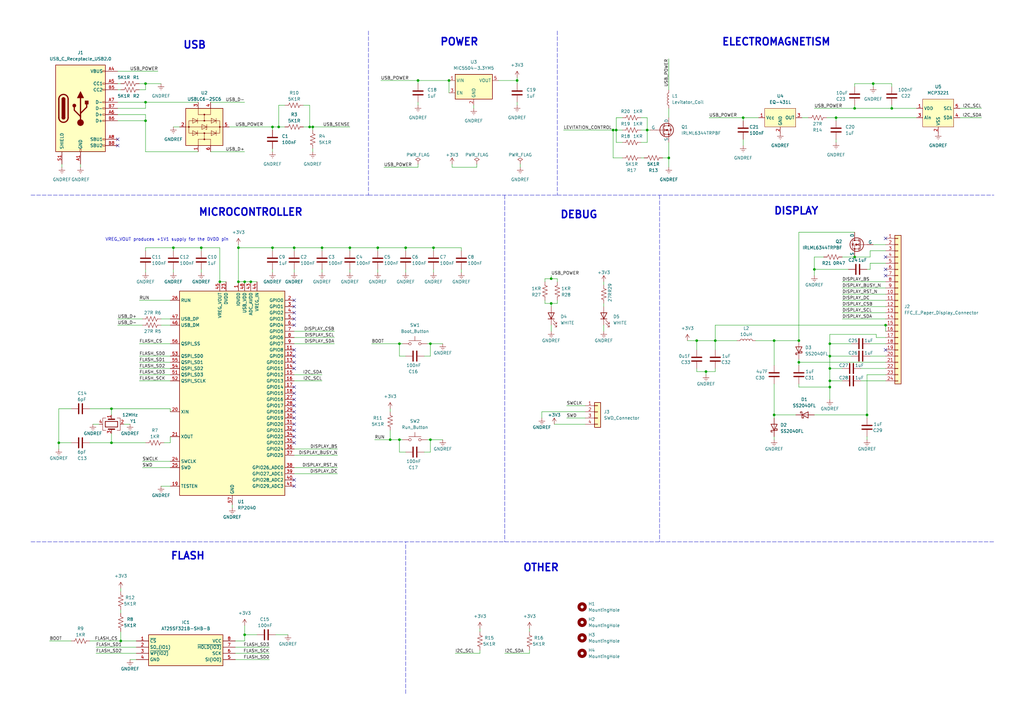
<source format=kicad_sch>
(kicad_sch (version 20231120) (generator "eeschema") (generator_version "8.0")
  (paper "A3")
  (junction (at 304.8 48.26))
  (junction (at 111.76 101.6))
  (junction (at 340.36 156.21))
  (junction (at 293.37 139.7))
  (junction (at 274.32 64.77))
  (junction (at 114.3 52.07))
  (junction (at 97.79 115.57))
  (junction (at 334.01 110.49))
  (junction (at 350.52 44.45))
  (junction (at 127 52.07))
  (junction (at 163.83 180.34))
  (junction (at 45.72 167.64))
  (junction (at 59.69 49.53))
  (junction (at 251.46 53.34))
  (junction (at 100.33 115.57))
  (junction (at 358.14 34.29))
  (junction (at 171.45 33.02))
  (junction (at 132.08 101.6))
  (junction (at 166.37 101.6))
  (junction (at 340.36 140.97))
  (junction (at 143.51 101.6))
  (junction (at 154.94 101.6))
  (junction (at 176.53 140.97))
  (junction (at 59.69 34.29))
  (junction (at 184.15 33.02))
  (junction (at 163.83 140.97))
  (junction (at 160.02 180.34))
  (junction (at 285.75 139.7))
  (junction (at 340.36 158.75))
  (junction (at 289.56 152.4))
  (junction (at 252.73 53.34))
  (junction (at 100.33 260.35))
  (junction (at 327.66 139.7))
  (junction (at 177.8 101.6))
  (junction (at 365.76 44.45))
  (junction (at 82.55 101.6))
  (junction (at 49.53 262.89))
  (junction (at 350.52 105.41))
  (junction (at 111.76 52.07))
  (junction (at 212.09 33.02))
  (junction (at 120.65 101.6))
  (junction (at 317.5 170.18))
  (junction (at 363.22 133.35))
  (junction (at 97.79 101.6))
  (junction (at 128.27 52.07))
  (junction (at 45.72 181.61))
  (junction (at 340.36 146.05))
  (junction (at 340.36 151.13))
  (junction (at 317.5 139.7))
  (junction (at 102.87 115.57))
  (junction (at 355.6 170.18))
  (junction (at 327.66 148.59))
  (junction (at 342.9 48.26))
  (junction (at 226.06 124.46))
  (junction (at 90.17 115.57))
  (junction (at 265.43 53.34))
  (junction (at 176.53 180.34))
  (junction (at 24.13 181.61))
  (junction (at 226.06 114.3))
  (junction (at 59.69 41.91))
  (junction (at 71.12 101.6))
  (no_connect (at 363.22 113.03))
  (no_connect (at 120.65 133.35))
  (no_connect (at 120.65 181.61))
  (no_connect (at 48.26 59.69))
  (no_connect (at 48.26 57.15))
  (no_connect (at 363.22 97.79))
  (no_connect (at 363.22 143.51))
  (no_connect (at 120.65 158.75))
  (no_connect (at 120.65 166.37))
  (no_connect (at 120.65 196.85))
  (no_connect (at 120.65 171.45))
  (no_connect (at 120.65 143.51))
  (no_connect (at 120.65 123.19))
  (no_connect (at 120.65 168.91))
  (no_connect (at 120.65 128.27))
  (no_connect (at 120.65 125.73))
  (no_connect (at 120.65 130.81))
  (no_connect (at 120.65 199.39))
  (no_connect (at 363.22 110.49))
  (no_connect (at 120.65 148.59))
  (no_connect (at 120.65 173.99))
  (no_connect (at 120.65 176.53))
  (no_connect (at 120.65 151.13))
  (no_connect (at 363.22 105.41))
  (no_connect (at 120.65 146.05))
  (no_connect (at 120.65 161.29))
  (no_connect (at 120.65 179.07))
  (no_connect (at 120.65 163.83))
  (wire (pts (xy 111.76 101.6) (xy 120.65 101.6)))
  (wire (pts (xy 350.52 34.29) (xy 358.14 34.29)))
  (wire (pts (xy 120.65 101.6) (xy 120.65 102.87)))
  (wire (pts (xy 128.27 52.07) (xy 128.27 53.34)))
  (wire (pts (xy 71.12 52.07) (xy 73.66 52.07)))
  (wire (pts (xy 317.5 149.86) (xy 317.5 139.7)))
  (wire (pts (xy 97.79 101.6) (xy 111.76 101.6)))
  (wire (pts (xy 138.43 186.69) (xy 120.65 186.69)))
  (wire (pts (xy 186.69 267.97) (xy 196.85 267.97)))
  (wire (pts (xy 189.23 111.76) (xy 189.23 110.49)))
  (wire (pts (xy 345.44 123.19) (xy 363.22 123.19)))
  (wire (pts (xy 120.65 101.6) (xy 132.08 101.6)))
  (wire (pts (xy 340.36 158.75) (xy 340.36 163.83)))
  (wire (pts (xy 114.3 43.18) (xy 114.3 52.07)))
  (wire (pts (xy 82.55 101.6) (xy 90.17 101.6)))
  (wire (pts (xy 228.6 123.19) (xy 228.6 124.46)))
  (wire (pts (xy 302.26 139.7) (xy 293.37 139.7)))
  (wire (pts (xy 120.65 140.97) (xy 137.16 140.97)))
  (wire (pts (xy 252.73 53.34) (xy 255.27 53.34)))
  (wire (pts (xy 285.75 152.4) (xy 285.75 151.13)))
  (wire (pts (xy 116.84 52.07) (xy 114.3 52.07)))
  (wire (pts (xy 265.43 53.34) (xy 266.7 53.34)))
  (wire (pts (xy 138.43 184.15) (xy 120.65 184.15)))
  (wire (pts (xy 290.83 48.26) (xy 304.8 48.26)))
  (wire (pts (xy 166.37 111.76) (xy 166.37 110.49)))
  (wire (pts (xy 160.02 176.53) (xy 160.02 180.34)))
  (wire (pts (xy 342.9 48.26) (xy 339.09 48.26)))
  (wire (pts (xy 334.01 110.49) (xy 334.01 113.03)))
  (wire (pts (xy 82.55 111.76) (xy 82.55 110.49)))
  (wire (pts (xy 340.36 146.05) (xy 349.25 146.05)))
  (wire (pts (xy 358.14 34.29) (xy 365.76 34.29)))
  (wire (pts (xy 340.36 151.13) (xy 340.36 156.21)))
  (wire (pts (xy 69.85 168.91) (xy 69.85 167.64)))
  (wire (pts (xy 59.69 46.99) (xy 59.69 49.53)))
  (wire (pts (xy 48.26 34.29) (xy 49.53 34.29)))
  (wire (pts (xy 185.42 68.58) (xy 195.58 68.58)))
  (wire (pts (xy 25.4 68.58) (xy 25.4 67.31)))
  (wire (pts (xy 317.5 157.48) (xy 317.5 170.18)))
  (wire (pts (xy 293.37 139.7) (xy 293.37 143.51)))
  (wire (pts (xy 48.26 130.81) (xy 58.42 130.81)))
  (wire (pts (xy 127 52.07) (xy 128.27 52.07)))
  (wire (pts (xy 340.36 146.05) (xy 340.36 151.13)))
  (wire (pts (xy 350.52 44.45) (xy 350.52 43.18)))
  (wire (pts (xy 334.01 105.41) (xy 337.82 105.41)))
  (wire (pts (xy 184.15 33.02) (xy 184.15 38.1)))
  (wire (pts (xy 345.44 130.81) (xy 363.22 130.81)))
  (wire (pts (xy 39.37 267.97) (xy 55.88 267.97)))
  (wire (pts (xy 177.8 101.6) (xy 177.8 102.87)))
  (wire (pts (xy 271.78 64.77) (xy 274.32 64.77)))
  (wire (pts (xy 223.52 114.3) (xy 223.52 115.57)))
  (wire (pts (xy 59.69 111.76) (xy 59.69 110.49)))
  (wire (pts (xy 363.22 153.67) (xy 355.6 153.67)))
  (polyline (pts (xy 166.37 284.48) (xy 166.37 222.25)) (stroke (width 0) (type dash)))
  (wire (pts (xy 340.36 140.97) (xy 349.25 140.97)))
  (wire (pts (xy 59.69 41.91) (xy 81.28 41.91)))
  (wire (pts (xy 176.53 140.97) (xy 175.26 140.97)))
  (wire (pts (xy 327.66 147.32) (xy 327.66 148.59)))
  (wire (pts (xy 66.04 199.39) (xy 69.85 199.39)))
  (wire (pts (xy 347.98 110.49) (xy 334.01 110.49)))
  (wire (pts (xy 365.76 34.29) (xy 365.76 35.56)))
  (wire (pts (xy 223.52 124.46) (xy 223.52 123.19)))
  (wire (pts (xy 153.67 180.34) (xy 160.02 180.34)))
  (wire (pts (xy 100.33 262.89) (xy 96.52 262.89)))
  (wire (pts (xy 48.26 133.35) (xy 58.42 133.35)))
  (wire (pts (xy 340.36 137.16) (xy 340.36 140.97)))
  (wire (pts (xy 345.44 105.41) (xy 350.52 105.41)))
  (wire (pts (xy 363.22 133.35) (xy 363.22 135.89)))
  (wire (pts (xy 345.44 125.73) (xy 363.22 125.73)))
  (wire (pts (xy 196.85 267.97) (xy 196.85 266.7)))
  (wire (pts (xy 355.6 171.45) (xy 355.6 170.18)))
  (wire (pts (xy 152.4 140.97) (xy 163.83 140.97)))
  (polyline (pts (xy 12.7 222.25) (xy 407.67 222.25)) (stroke (width 0) (type dash)))
  (wire (pts (xy 274.32 58.42) (xy 274.32 64.77)))
  (wire (pts (xy 317.5 170.18) (xy 326.39 170.18)))
  (wire (pts (xy 154.94 111.76) (xy 154.94 110.49)))
  (wire (pts (xy 293.37 133.35) (xy 363.22 133.35)))
  (wire (pts (xy 226.06 125.73) (xy 226.06 124.46)))
  (wire (pts (xy 102.87 115.57) (xy 105.41 115.57)))
  (wire (pts (xy 226.06 124.46) (xy 223.52 124.46)))
  (wire (pts (xy 120.65 153.67) (xy 132.08 153.67)))
  (wire (pts (xy 340.36 156.21) (xy 340.36 158.75)))
  (wire (pts (xy 132.08 101.6) (xy 132.08 102.87)))
  (wire (pts (xy 36.83 181.61) (xy 45.72 181.61)))
  (wire (pts (xy 45.72 181.61) (xy 59.69 181.61)))
  (wire (pts (xy 327.66 95.25) (xy 327.66 139.7)))
  (wire (pts (xy 262.89 64.77) (xy 264.16 64.77)))
  (wire (pts (xy 285.75 143.51) (xy 285.75 139.7)))
  (wire (pts (xy 48.26 41.91) (xy 59.69 41.91)))
  (wire (pts (xy 120.65 156.21) (xy 132.08 156.21)))
  (wire (pts (xy 59.69 34.29) (xy 66.04 34.29)))
  (wire (pts (xy 355.6 153.67) (xy 355.6 170.18)))
  (wire (pts (xy 265.43 53.34) (xy 265.43 48.26)))
  (wire (pts (xy 181.61 180.34) (xy 176.53 180.34)))
  (wire (pts (xy 226.06 114.3) (xy 223.52 114.3)))
  (wire (pts (xy 57.15 156.21) (xy 69.85 156.21)))
  (wire (pts (xy 217.17 267.97) (xy 217.17 266.7)))
  (wire (pts (xy 356.87 110.49) (xy 356.87 107.95)))
  (wire (pts (xy 281.94 139.7) (xy 285.75 139.7)))
  (wire (pts (xy 163.83 180.34) (xy 165.1 180.34)))
  (wire (pts (xy 334.01 110.49) (xy 334.01 105.41)))
  (wire (pts (xy 48.26 46.99) (xy 59.69 46.99)))
  (wire (pts (xy 355.6 180.34) (xy 355.6 179.07)))
  (wire (pts (xy 24.13 167.64) (xy 29.21 167.64)))
  (wire (pts (xy 353.06 156.21) (xy 363.22 156.21)))
  (wire (pts (xy 327.66 95.25) (xy 350.52 95.25)))
  (wire (pts (xy 57.15 148.59) (xy 69.85 148.59)))
  (wire (pts (xy 120.65 138.43) (xy 137.16 138.43)))
  (wire (pts (xy 176.53 146.05) (xy 176.53 140.97)))
  (wire (pts (xy 293.37 151.13) (xy 293.37 152.4)))
  (wire (pts (xy 232.41 166.37) (xy 240.03 166.37)))
  (wire (pts (xy 138.43 191.77) (xy 120.65 191.77)))
  (wire (pts (xy 359.41 137.16) (xy 359.41 138.43)))
  (wire (pts (xy 304.8 49.53) (xy 304.8 48.26)))
  (wire (pts (xy 222.25 171.45) (xy 222.25 168.91)))
  (wire (pts (xy 132.08 101.6) (xy 143.51 101.6)))
  (wire (pts (xy 345.44 151.13) (xy 340.36 151.13)))
  (wire (pts (xy 232.41 171.45) (xy 240.03 171.45)))
  (wire (pts (xy 304.8 48.26) (xy 311.15 48.26)))
  (polyline (pts (xy 12.7 80.01) (xy 151.13 80.01)) (stroke (width 0) (type dash)))
  (wire (pts (xy 171.45 67.31) (xy 171.45 68.58)))
  (wire (pts (xy 247.65 115.57) (xy 247.65 116.84)))
  (wire (pts (xy 356.87 102.87) (xy 363.22 102.87)))
  (wire (pts (xy 226.06 113.03) (xy 226.06 114.3)))
  (wire (pts (xy 66.04 133.35) (xy 69.85 133.35)))
  (wire (pts (xy 327.66 148.59) (xy 327.66 149.86)))
  (wire (pts (xy 95.25 208.28) (xy 95.25 207.01)))
  (wire (pts (xy 340.36 156.21) (xy 345.44 156.21)))
  (wire (pts (xy 71.12 101.6) (xy 82.55 101.6)))
  (wire (pts (xy 57.15 34.29) (xy 59.69 34.29)))
  (wire (pts (xy 24.13 181.61) (xy 29.21 181.61)))
  (wire (pts (xy 171.45 34.29) (xy 171.45 33.02)))
  (wire (pts (xy 274.32 64.77) (xy 274.32 68.58)))
  (wire (pts (xy 252.73 58.42) (xy 252.73 53.34)))
  (wire (pts (xy 57.15 153.67) (xy 69.85 153.67)))
  (wire (pts (xy 96.52 265.43) (xy 110.49 265.43)))
  (wire (pts (xy 226.06 124.46) (xy 228.6 124.46)))
  (wire (pts (xy 45.72 167.64) (xy 69.85 167.64)))
  (wire (pts (xy 189.23 101.6) (xy 189.23 102.87)))
  (wire (pts (xy 57.15 36.83) (xy 59.69 36.83)))
  (wire (pts (xy 36.83 262.89) (xy 49.53 262.89)))
  (wire (pts (xy 36.83 167.64) (xy 45.72 167.64)))
  (wire (pts (xy 222.25 168.91) (xy 240.03 168.91)))
  (wire (pts (xy 90.17 115.57) (xy 92.71 115.57)))
  (wire (pts (xy 118.11 260.35) (xy 113.03 260.35)))
  (wire (pts (xy 196.85 257.81) (xy 196.85 259.08)))
  (wire (pts (xy 252.73 48.26) (xy 255.27 48.26)))
  (wire (pts (xy 358.14 34.29) (xy 358.14 35.56)))
  (wire (pts (xy 289.56 152.4) (xy 289.56 153.67)))
  (wire (pts (xy 59.69 101.6) (xy 71.12 101.6)))
  (wire (pts (xy 176.53 185.42) (xy 176.53 180.34)))
  (wire (pts (xy 289.56 152.4) (xy 293.37 152.4)))
  (wire (pts (xy 293.37 139.7) (xy 293.37 133.35)))
  (wire (pts (xy 48.26 36.83) (xy 49.53 36.83)))
  (wire (pts (xy 228.6 115.57) (xy 228.6 114.3)))
  (wire (pts (xy 212.09 31.75) (xy 212.09 33.02)))
  (wire (pts (xy 138.43 194.31) (xy 120.65 194.31)))
  (wire (pts (xy 317.5 139.7) (xy 327.66 139.7)))
  (wire (pts (xy 356.87 140.97) (xy 363.22 140.97)))
  (wire (pts (xy 285.75 139.7) (xy 293.37 139.7)))
  (wire (pts (xy 124.46 43.18) (xy 127 43.18)))
  (wire (pts (xy 57.15 123.19) (xy 69.85 123.19)))
  (wire (pts (xy 57.15 151.13) (xy 69.85 151.13)))
  (wire (pts (xy 48.26 44.45) (xy 59.69 44.45)))
  (wire (pts (xy 212.09 34.29) (xy 212.09 33.02)))
  (wire (pts (xy 163.83 140.97) (xy 163.83 146.05)))
  (wire (pts (xy 143.51 101.6) (xy 154.94 101.6)))
  (wire (pts (xy 20.32 262.89) (xy 29.21 262.89)))
  (wire (pts (xy 255.27 64.77) (xy 251.46 64.77)))
  (wire (pts (xy 128.27 62.23) (xy 128.27 60.96)))
  (wire (pts (xy 181.61 140.97) (xy 176.53 140.97)))
  (wire (pts (xy 49.53 250.19) (xy 49.53 251.46)))
  (wire (pts (xy 166.37 101.6) (xy 166.37 102.87)))
  (wire (pts (xy 24.13 167.64) (xy 24.13 181.61)))
  (wire (pts (xy 59.69 44.45) (xy 59.69 41.91)))
  (wire (pts (xy 86.36 62.23) (xy 100.33 62.23)))
  (wire (pts (xy 173.99 185.42) (xy 176.53 185.42)))
  (wire (pts (xy 176.53 180.34) (xy 175.26 180.34)))
  (wire (pts (xy 59.69 36.83) (xy 59.69 34.29)))
  (wire (pts (xy 53.34 270.51) (xy 55.88 270.51)))
  (wire (pts (xy 365.76 44.45) (xy 375.92 44.45)))
  (wire (pts (xy 265.43 48.26) (xy 262.89 48.26)))
  (wire (pts (xy 86.36 41.91) (xy 100.33 41.91)))
  (wire (pts (xy 111.76 53.34) (xy 111.76 52.07)))
  (wire (pts (xy 163.83 140.97) (xy 165.1 140.97)))
  (wire (pts (xy 69.85 181.61) (xy 69.85 179.07)))
  (wire (pts (xy 143.51 101.6) (xy 143.51 102.87)))
  (wire (pts (xy 100.33 115.57) (xy 102.87 115.57)))
  (wire (pts (xy 265.43 58.42) (xy 262.89 58.42)))
  (wire (pts (xy 24.13 181.61) (xy 24.13 184.15)))
  (wire (pts (xy 100.33 256.54) (xy 100.33 260.35)))
  (wire (pts (xy 97.79 101.6) (xy 97.79 100.33)))
  (wire (pts (xy 355.6 110.49) (xy 356.87 110.49)))
  (wire (pts (xy 251.46 64.77) (xy 251.46 53.34)))
  (wire (pts (xy 358.14 100.33) (xy 363.22 100.33)))
  (wire (pts (xy 227.33 173.99) (xy 240.03 173.99)))
  (wire (pts (xy 97.79 101.6) (xy 97.79 115.57)))
  (wire (pts (xy 265.43 53.34) (xy 262.89 53.34)))
  (wire (pts (xy 82.55 101.6) (xy 82.55 102.87)))
  (wire (pts (xy 57.15 146.05) (xy 69.85 146.05)))
  (wire (pts (xy 120.65 135.89) (xy 137.16 135.89)))
  (wire (pts (xy 160.02 180.34) (xy 163.83 180.34)))
  (wire (pts (xy 185.42 68.58) (xy 185.42 67.31)))
  (wire (pts (xy 334.01 170.18) (xy 355.6 170.18)))
  (wire (pts (xy 48.26 29.21) (xy 64.77 29.21)))
  (wire (pts (xy 111.76 111.76) (xy 111.76 110.49)))
  (wire (pts (xy 328.93 48.26) (xy 331.47 48.26)))
  (wire (pts (xy 356.87 146.05) (xy 363.22 146.05)))
  (wire (pts (xy 226.06 133.35) (xy 226.06 135.89)))
  (wire (pts (xy 128.27 52.07) (xy 143.51 52.07)))
  (wire (pts (xy 212.09 41.91) (xy 212.09 43.18)))
  (wire (pts (xy 124.46 52.07) (xy 127 52.07)))
  (wire (pts (xy 334.01 44.45) (xy 350.52 44.45)))
  (wire (pts (xy 327.66 148.59) (xy 363.22 148.59)))
  (wire (pts (xy 96.52 270.51) (xy 110.49 270.51)))
  (wire (pts (xy 393.7 44.45) (xy 402.59 44.45)))
  (wire (pts (xy 48.26 49.53) (xy 59.69 49.53)))
  (wire (pts (xy 114.3 52.07) (xy 111.76 52.07)))
  (wire (pts (xy 340.36 146.05) (xy 340.36 140.97)))
  (wire (pts (xy 97.79 115.57) (xy 100.33 115.57)))
  (polyline (pts (xy 228.6 80.01) (xy 407.67 80.01)) (stroke (width 0) (type dash)))
  (wire (pts (xy 340.36 137.16) (xy 359.41 137.16)))
  (wire (pts (xy 45.72 177.8) (xy 45.72 181.61)))
  (wire (pts (xy 247.65 133.35) (xy 247.65 135.89)))
  (wire (pts (xy 342.9 48.26) (xy 375.92 48.26)))
  (wire (pts (xy 274.32 24.13) (xy 274.32 36.83)))
  (wire (pts (xy 207.01 267.97) (xy 217.17 267.97)))
  (wire (pts (xy 251.46 53.34) (xy 252.73 53.34)))
  (wire (pts (xy 345.44 120.65) (xy 363.22 120.65)))
  (wire (pts (xy 59.69 62.23) (xy 81.28 62.23)))
  (wire (pts (xy 111.76 101.6) (xy 111.76 102.87)))
  (wire (pts (xy 393.7 48.26) (xy 402.59 48.26)))
  (wire (pts (xy 342.9 57.15) (xy 342.9 58.42)))
  (wire (pts (xy 120.65 111.76) (xy 120.65 110.49)))
  (wire (pts (xy 171.45 33.02) (xy 184.15 33.02)))
  (polyline (pts (xy 151.13 80.01) (xy 228.6 80.01)) (stroke (width 0) (type dash)))
  (wire (pts (xy 350.52 44.45) (xy 365.76 44.45)))
  (wire (pts (xy 345.44 128.27) (xy 363.22 128.27)))
  (wire (pts (xy 96.52 267.97) (xy 110.49 267.97)))
  (wire (pts (xy 327.66 158.75) (xy 340.36 158.75)))
  (wire (pts (xy 143.51 111.76) (xy 143.51 110.49)))
  (wire (pts (xy 171.45 41.91) (xy 171.45 43.18)))
  (wire (pts (xy 289.56 152.4) (xy 285.75 152.4)))
  (wire (pts (xy 71.12 111.76) (xy 71.12 110.49)))
  (wire (pts (xy 156.21 33.02) (xy 171.45 33.02)))
  (wire (pts (xy 353.06 151.13) (xy 363.22 151.13)))
  (wire (pts (xy 317.5 179.07) (xy 317.5 180.34)))
  (polyline (pts (xy 270.51 80.01) (xy 270.51 222.25)) (stroke (width 0) (type dash)))
  (wire (pts (xy 171.45 68.58) (xy 157.48 68.58)))
  (wire (pts (xy 71.12 101.6) (xy 71.12 102.87)))
  (wire (pts (xy 49.53 262.89) (xy 49.53 259.08)))
  (wire (pts (xy 160.02 167.64) (xy 160.02 168.91)))
  (wire (pts (xy 127 43.18) (xy 127 52.07)))
  (wire (pts (xy 58.42 189.23) (xy 69.85 189.23)))
  (wire (pts (xy 231.14 53.34) (xy 251.46 53.34)))
  (wire (pts (xy 154.94 101.6) (xy 154.94 102.87)))
  (polyline (pts (xy 207.01 80.01) (xy 207.01 222.25)) (stroke (width 0) (type dash)))
  (polyline (pts (xy 228.6 12.7) (xy 228.6 80.01)) (stroke (width 0) (type dash)))
  (wire (pts (xy 45.72 170.18) (xy 45.72 167.64)))
  (polyline (pts (xy 151.13 12.7) (xy 151.13 80.01)) (stroke (width 0) (type dash)))
  (wire (pts (xy 100.33 260.35) (xy 105.41 260.35)))
  (wire (pts (xy 90.17 101.6) (xy 90.17 115.57)))
  (wire (pts (xy 228.6 114.3) (xy 226.06 114.3)))
  (wire (pts (xy 350.52 35.56) (xy 350.52 34.29)))
  (wire (pts (xy 247.65 124.46) (xy 247.65 125.73)))
  (wire (pts (xy 173.99 146.05) (xy 176.53 146.05)))
  (wire (pts (xy 57.15 140.97) (xy 69.85 140.97)))
  (wire (pts (xy 212.09 33.02) (xy 204.47 33.02)))
  (wire (pts (xy 163.83 180.34) (xy 163.83 185.42)))
  (wire (pts (xy 66.04 130.81) (xy 69.85 130.81)))
  (wire (pts (xy 327.66 157.48) (xy 327.66 158.75)))
  (wire (pts (xy 274.32 44.45) (xy 274.32 48.26)))
  (wire (pts (xy 38.1 173.99) (xy 40.64 173.99)))
  (wire (pts (xy 195.58 68.58) (xy 195.58 67.31)))
  (wire (pts (xy 194.31 44.45) (xy 194.31 43.18)))
  (wire (pts (xy 252.73 58.42) (xy 255.27 58.42)))
  (wire (pts (xy 59.69 101.6) (xy 59.69 102.87)))
  (wire (pts (xy 55.88 262.89) (xy 49.53 262.89)))
  (wire (pts (xy 53.34 173.99) (xy 50.8 173.99)))
  (wire (pts (xy 100.33 260.35) (xy 100.33 262.89)))
  (wire (pts (xy 33.02 68.58) (xy 33.02 67.31)))
  (wire (pts (xy 49.53 241.3) (xy 49.53 242.57)))
  (wire (pts (xy 177.8 111.76) (xy 177.8 110.49)))
  (wire (pts (xy 111.76 62.23) (xy 111.76 60.96)))
  (wire (pts (xy 59.69 49.53) (xy 59.69 62.23)))
  (wire (pts (xy 345.44 118.11) (xy 363.22 118.11)))
  (wire (pts (xy 154.94 101.6) (xy 166.37 101.6)))
  (wire (pts (xy 356.87 107.95) (xy 363.22 107.95)))
  (wire (pts (xy 356.87 105.41) (xy 356.87 102.87)))
  (wire (pts (xy 116.84 43.18) (xy 114.3 43.18)))
  (wire (pts (xy 166.37 146.05) (xy 163.83 146.05)))
  (wire (pts (xy 217.17 257.81) (xy 217.17 259.08)))
  (wire (pts (xy 252.73 53.34) (xy 252.73 48.26)))
  (wire (pts (xy 359.41 138.43) (xy 363.22 138.43)))
  (wire (pts (xy 365.76 44.45) (xy 365.76 43.18)))
  (wire (pts (xy 67.31 181.61) (xy 69.85 181.61)))
  (wire (pts (xy 39.37 265.43) (xy 55.88 265.43)))
  (wire (pts (xy 177.8 101.6) (xy 189.23 101.6)))
  (wire (pts (xy 213.36 68.58) (xy 213.36 67.31)))
  (wire (pts (xy 166.37 185.42) (xy 163.83 185.42)))
  (wire (pts (xy 58.42 191.77) (xy 69.85 191.77)))
  (wire (pts (xy 342.9 49.53) (xy 342.9 48.26)))
  (wire (pts (xy 350.52 105.41) (xy 356.87 105.41)))
  (wire (pts (xy 304.8 59.69) (xy 304.8 57.15)))
  (wire (pts (xy 317.5 171.45) (xy 317.5 170.18)))
  (wire (pts (xy 309.88 139.7) (xy 317.5 139.7)))
  (wire (pts (xy 345.44 115.57) (xy 363.22 115.57)))
  (wire (pts (xy 166.37 101.6) (xy 177.8 101.6)))
  (wire (pts (xy 265.43 58.42) (xy 265.43 53.34)))
  (wire (pts (xy 132.08 111.76) (xy 132.08 110.49)))
  (wire (pts (xy 93.98 52.07) (xy 111.76 52.07)))
  (text "MICROCONTROLLER" (at 81.28 88.9 0) (effects (font (size 3 3) (bold yes)) (justify left bottom)))
  (text "USB" (at 74.93 20.32 0) (effects (font (size 3 3) (bold yes)) (justify left bottom)))
  (text "ELECTROMAGNETISM" (at 295.91 19.05 0) (effects (font (size 3 3) (bold yes)) (justify left bottom)))
  (text "VREG_VOUT produces +1V1 supply for the DVDD pin" (at 43.18 99.06 0) (effects (font (size 1.27 1.27)) (justify left bottom)))
  (text "FLASH" (at 69.85 229.87 0) (effects (font (size 3 3) (bold yes)) (justify left bottom)))
  (text "DISPLAY" (at 317.246 88.392 0) (effects (font (size 3 3) (bold yes)) (justify left bottom)))
  (text "POWER" (at 180.34 19.05 0) (effects (font (size 3 3) (bold yes)) (justify left bottom)))
  (text "OTHER" (at 214.376 234.696 0) (effects (font (size 3 3) (bold yes)) (justify left bottom)))
  (text "DEBUG" (at 229.616 89.916 0) (effects (font (size 3 3) (bold yes)) (justify left bottom)))
  (label "DISPLAY_RST_N" (at 345.44 120.65 0))
  (label "BOOT" (at 152.4 140.97 0))
  (label "DISPLAY_BUSY_N" (at 345.44 118.11 0))
  (label "FLASH_SD0" (at 57.15 146.05 0))
  (label "FLASH_SD2" (at 39.37 267.97 0))
  (label "RUN" (at 153.67 180.34 0))
  (label "FLASH_SD3" (at 110.49 265.43 180))
  (label "USB_POWER" (at 226.06 113.03 0))
  (label "FLASH_SD0" (at 110.49 270.51 180))
  (label "USB_POWER" (at 334.01 44.45 0))
  (label "FLASH_SCK" (at 110.49 267.97 180))
  (label "I2C_SDA" (at 132.08 153.67 180))
  (label "DISPLAY_SDA" (at 345.44 130.81 0))
  (label "FLASH_CS" (at 48.26 262.89 180))
  (label "USB_POWER" (at 274.32 24.13 270))
  (label "DISPLAY_SCL" (at 345.44 128.27 0))
  (label "I2C_SDA" (at 207.01 267.97 0))
  (label "DISPLAY_SDA" (at 137.16 140.97 180))
  (label "DISPLAY_BS" (at 345.44 115.57 0))
  (label "FLASH_SD2" (at 57.15 151.13 0))
  (label "FLASH_CS" (at 57.15 140.97 0))
  (label "DISPLAY_BS" (at 138.43 184.15 180))
  (label "SWCLK" (at 58.42 189.23 0))
  (label "DISPLAY_BUSY_N" (at 138.43 186.69 180))
  (label "DISPLAY_DC" (at 138.43 194.31 180))
  (label "I2C_SCL" (at 402.59 44.45 180))
  (label "DISPLAY_CSB" (at 345.44 125.73 0))
  (label "FLASH_SD3" (at 57.15 153.67 0))
  (label "USB_D-" (at 100.33 41.91 180))
  (label "SWD" (at 58.42 191.77 0))
  (label "DISPLAY_DC" (at 345.44 123.19 0))
  (label "I2C_SCL" (at 132.08 156.21 180))
  (label "SWD" (at 232.41 171.45 0))
  (label "USB_D+" (at 48.26 130.81 0))
  (label "USB_POWER" (at 156.21 33.02 0))
  (label "BOOT" (at 20.32 262.89 0))
  (label "USB_D-" (at 48.26 133.35 0))
  (label "DISPLAY_SCL" (at 137.16 138.43 180))
  (label "FLASH_SD1" (at 39.37 265.43 0))
  (label "USB_SENSE" (at 143.51 52.07 180))
  (label "LEVITATION_CONTROL" (at 231.14 53.34 0))
  (label "USB_POWER" (at 290.83 48.26 0))
  (label "FLASH_SCK" (at 57.15 156.21 0))
  (label "USB_POWER" (at 64.77 29.21 180))
  (label "USB_POWER" (at 107.95 52.07 180))
  (label "DISPLAY_CSB" (at 137.16 135.89 180))
  (label "DISPLAY_RST_N" (at 138.43 191.77 180))
  (label "USB_D+" (at 100.33 62.23 180))
  (label "I2C_SCL" (at 186.69 267.97 0))
  (label "SWCLK" (at 232.41 166.37 0))
  (label "FLASH_SD1" (at 57.15 148.59 0))
  (label "I2C_SDA" (at 402.59 48.26 180))
  (label "USB_POWER" (at 157.48 68.58 0))
  (label "RUN" (at 57.15 123.19 0))
  (symbol (lib_id "Project:GNDREF") (at 143.51 111.76 0) (unit 1) (exclude_from_sim yes)
    (property "Reference" "#PWR010" (effects (hide yes)))
    (property "Value" "GNDREF" (at 143.51 115.57 0))
    (property "Description" "Power symbol creates a global label with name \"GNDREF\" , reference supply ground" (effects (hide yes)))
  )
  (symbol (lib_id "Project:GNDREF") (at 194.31 44.45 0) (unit 1) (exclude_from_sim yes)
    (property "Reference" "#PWR028" (effects (hide yes)))
    (property "Value" "GNDREF" (at 194.31 49.53 0))
    (property "Description" "Power symbol creates a global label with name \"GNDREF\" , reference supply ground" (effects (hide yes)))
  )
  (symbol (lib_id "Project:GNDREF") (at 120.65 111.76 0) (unit 1) (exclude_from_sim yes)
    (property "Reference" "#PWR08" (effects (hide yes)))
    (property "Value" "GNDREF" (at 120.65 115.57 0))
    (property "Description" "Power symbol creates a global label with name \"GNDREF\" , reference supply ground" (effects (hide yes)))
  )
  (symbol (lib_id "Project:SW_Push") (at 170.18 180.34 0) (unit 1) (exclude_from_sim yes)
    (property "Reference" "SW2" (at 170.18 172.72 0))
    (property "Value" "Run_Button" (at 170.18 175.26 0))
    (property "Footprint" "Project:SW_PUSH_6mm" (effects (hide yes)))
    (property "Description" "Push button switch, generic, two pins" (effects (hide yes)))
  )
  (symbol (lib_id "Project:GNDREF") (at 154.94 111.76 0) (unit 1) (exclude_from_sim yes)
    (property "Reference" "#PWR011" (effects (hide yes)))
    (property "Value" "GNDREF" (at 154.94 115.57 0))
    (property "Description" "Power symbol creates a global label with name \"GNDREF\" , reference supply ground" (effects (hide yes)))
  )
  (symbol (lib_id "Project:Crystal_GND24") (at 45.72 173.99 270) (unit 1) (exclude_from_sim yes)
    (property "Reference" "Y1" (at 54.61 172.72 90))
    (property "Value" "12MHz" (at 53.34 170.18 90))
    (property "Footprint" "Project:ABM8W480000MHZ6D1XT3" (effects (hide yes)))
    (property "Description" "Four pin crystal, GND on pins 2 and 4" (effects (hide yes)))
  )
  (symbol (lib_id "Project:GNDREF") (at 247.65 135.89 0) (unit 1) (exclude_from_sim yes)
    (property "Reference" "#PWR058" (effects (hide yes)))
    (property "Value" "GNDREF" (at 247.65 139.7 0))
    (property "Description" "Power symbol creates a global label with name \"GNDREF\" , reference supply ground" (effects (hide yes)))
  )
  (symbol (lib_id "Project:C") (at 82.55 106.68 0) (unit 1) (exclude_from_sim yes)
    (property "Reference" "C10" (at 85.09 105.41 0) (effects (justify left)))
    (property "Value" "1uF" (at 85.09 107.95 0) (effects (justify left)))
    (property "Footprint" "Project:C_0402_1005Metric_Pad0.74x0.62mm_HandSolder" (effects (hide yes)))
    (property "Description" "Unpolarized capacitor" (effects (hide yes)))
  )
  (symbol (lib_id "Project:R_US") (at 49.53 255.27 180) (unit 1) (exclude_from_sim yes)
    (property "Reference" "R8" (at 53.34 254 0))
    (property "Value" "5K1R" (at 53.34 256.54 0))
    (property "Footprint" "Project:R_0402_1005Metric_Pad0.72x0.64mm_HandSolder" (effects (hide yes)))
    (property "Description" "Resistor, US symbol" (effects (hide yes)))
  )
  (symbol (lib_id "Project:C") (at 189.23 106.68 0) (unit 1) (exclude_from_sim yes)
    (property "Reference" "C8" (at 191.77 105.41 0) (effects (justify left)))
    (property "Value" "100nF" (at 191.77 107.95 0) (effects (justify left)))
    (property "Footprint" "Project:C_0402_1005Metric_Pad0.74x0.62mm_HandSolder" (effects (hide yes)))
    (property "Description" "Unpolarized capacitor" (effects (hide yes)))
  )
  (symbol (lib_id "Project:+3V3") (at 196.85 257.81 0) (unit 1) (exclude_from_sim yes)
    (property "Reference" "#PWR043" (effects (hide yes)))
    (property "Value" "+3V3" (at 196.85 252.73 0))
    (property "Description" "Power symbol creates a global label with name \"+3V3\"" (effects (hide yes)))
  )
  (symbol (lib_id "Project:GNDREF") (at 171.45 43.18 0) (unit 1) (exclude_from_sim yes)
    (property "Reference" "#PWR032" (effects (hide yes)))
    (property "Value" "GNDREF" (at 171.45 48.26 0))
    (property "Description" "Power symbol creates a global label with name \"GNDREF\" , reference supply ground" (effects (hide yes)))
  )
  (symbol (lib_id "Project:R_US") (at 62.23 133.35 90) (unit 1) (exclude_from_sim yes)
    (property "Reference" "R5" (at 64.77 135.89 90))
    (property "Value" "27R" (at 60.96 135.89 90))
    (property "Footprint" "Project:R_0402_1005Metric_Pad0.72x0.64mm_HandSolder" (effects (hide yes)))
    (property "Description" "Resistor, US symbol" (effects (hide yes)))
  )
  (symbol (lib_id "Project:R_US") (at 223.52 119.38 0) (unit 1) (exclude_from_sim yes)
    (property "Reference" "R27" (at 219.964 120.904 0))
    (property "Value" "1KR" (at 219.964 118.364 0))
    (property "Footprint" "Project:R_0402_1005Metric_Pad0.72x0.64mm_HandSolder" (effects (hide yes)))
    (property "Description" "Resistor, US symbol" (effects (hide yes)))
  )
  (symbol (lib_id "Project:GNDREF") (at 213.36 68.58 0) (unit 1) (exclude_from_sim yes)
    (property "Reference" "#PWR036" (effects (hide yes)))
    (property "Value" "GNDREF" (at 213.36 73.66 0))
    (property "Description" "Power symbol creates a global label with name \"GNDREF\" , reference supply ground" (effects (hide yes)))
  )
  (symbol (lib_id "Project:GNDREF") (at 111.76 62.23 0) (unit 1) (exclude_from_sim yes)
    (property "Reference" "#PWR05" (effects (hide yes)))
    (property "Value" "GNDREF" (at 111.76 67.31 0))
    (property "Description" "Power symbol creates a global label with name \"GNDREF\" , reference supply ground" (effects (hide yes)))
  )
  (symbol (lib_id "Project:GNDREF") (at 342.9 58.42 0) (unit 1) (exclude_from_sim yes)
    (property "Reference" "#PWR041" (effects (hide yes)))
    (property "Value" "GNDREF" (at 342.9 63.5 0))
    (property "Description" "Power symbol creates a global label with name \"GNDREF\" , reference supply ground" (effects (hide yes)))
  )
  (symbol (lib_id "Project:Conn_01x24") (at 368.3 125.73 0) (unit 1) (exclude_from_sim yes)
    (property "Reference" "J2" (at 370.84 125.73 0) (effects (justify left)))
    (property "Value" "FFC_E_Paper_Display_Connector" (at 370.84 128.27 0) (effects (justify left)))
    (property "Footprint" "Project:SFV24R1STE1HLF" (effects (hide yes)))
    (property "Description" "Generic connector, single row, 01x24, script generated (kicad-library-utils/schlib/autogen/connector/)" (effects (hide yes)))
  )
  (symbol (lib_id "Project:R_US") (at 160.02 172.72 180) (unit 1) (exclude_from_sim yes)
    (property "Reference" "R11" (at 154.94 171.45 0))
    (property "Value" "5K1R" (at 154.94 173.99 0))
    (property "Footprint" "Project:R_0402_1005Metric_Pad0.72x0.64mm_HandSolder" (effects (hide yes)))
    (property "Description" "Resistor, US symbol" (effects (hide yes)))
  )
  (symbol (lib_id "Project:R_US") (at 335.28 48.26 90) (unit 1) (exclude_from_sim yes)
    (property "Reference" "R14" (at 335.28 53.34 90))
    (property "Value" "27R" (at 335.28 50.8 90))
    (property "Footprint" "Project:R_0402_1005Metric_Pad0.72x0.64mm_HandSolder" (effects (hide yes)))
    (property "Description" "Resistor, US symbol" (effects (hide yes)))
  )
  (symbol (lib_id "Project:GNDREF") (at 71.12 111.76 0) (unit 1) (exclude_from_sim yes)
    (property "Reference" "#PWR018" (effects (hide yes)))
    (property "Value" "GNDREF" (at 71.12 115.57 0))
    (property "Description" "Power symbol creates a global label with name \"GNDREF\" , reference supply ground" (effects (hide yes)))
  )
  (symbol (lib_id "Project:GNDREF") (at 334.01 113.03 0) (unit 1) (exclude_from_sim yes)
    (property "Reference" "#PWR050" (effects (hide yes)))
    (property "Value" "GNDREF" (at 334.01 116.84 0))
    (property "Description" "Power symbol creates a global label with name \"GNDREF\" , reference supply ground" (effects (hide yes)))
  )
  (symbol (lib_id "Project:R_US") (at 341.63 105.41 270) (unit 1) (exclude_from_sim yes)
    (property "Reference" "R21" (at 339.09 107.95 90))
    (property "Value" "0R47" (at 344.17 107.95 90))
    (property "Footprint" "Project:R_0402_1005Metric_Pad0.72x0.64mm_HandSolder" (effects (hide yes)))
    (property "Description" "Resistor, US symbol" (effects (hide yes)))
  )
  (symbol (lib_id "Project:GNDREF") (at 38.1 173.99 0) (unit 1) (exclude_from_sim yes)
    (property "Reference" "#PWR021" (effects (hide yes)))
    (property "Value" "GNDREF" (at 38.1 177.8 0))
    (property "Description" "Power symbol creates a global label with name \"GNDREF\" , reference supply ground" (effects (hide yes)))
  )
  (symbol (lib_id "Project:GNDREF") (at 118.11 260.35 0) (unit 1) (exclude_from_sim yes)
    (property "Reference" "#PWR026" (effects (hide yes)))
    (property "Value" "GNDREF" (at 118.11 264.16 0))
    (property "Description" "Power symbol creates a global label with name \"GNDREF\" , reference supply ground" (effects (hide yes)))
  )
  (symbol (lib_id "Project:GNDREF") (at 320.04 54.61 0) (unit 1) (exclude_from_sim yes)
    (property "Reference" "#PWR040" (effects (hide yes)))
    (property "Value" "GNDREF" (at 320.04 59.69 0))
    (property "Description" "Power symbol creates a global label with name \"GNDREF\" , reference supply ground" (effects (hide yes)))
  )
  (symbol (lib_id "Project:PWR_FLAG") (at 171.45 67.31 0) (unit 1) (exclude_from_sim yes)
    (property "Reference" "#FLG01" (effects (hide yes)))
    (property "Value" "PWR_FLAG" (at 171.45 63.5 0))
    (property "Description" "Special symbol for telling ERC where power comes from" (effects (hide yes)))
  )
  (symbol (lib_id "Project:RP2040") (at 95.25 161.29 0) (unit 1) (exclude_from_sim yes)
    (property "Reference" "U1" (at 97.4441 205.74 0) (effects (justify left)))
    (property "Value" "RP2040" (at 97.4441 208.28 0) (effects (justify left)))
    (property "Footprint" "Package_DFN_QFN:QFN-56-1EP_7x7mm_P0.4mm_EP3.2x3.2mm" (effects (hide yes)))
    (property "Datasheet" "https://datasheets.raspberrypi.com/rp2040/rp2040-datasheet.pdf" (effects (hide yes)))
    (property "Description" "A microcontroller by Raspberry Pi" (effects (hide yes)))
  )
  (symbol (lib_id "Project:USBLC6-2SC6") (at 83.82 52.07 270) (mirror x) (unit 1) (exclude_from_sim yes)
    (property "Reference" "U2" (at 83.82 38.1 90))
    (property "Value" "USBLC6-2SC6" (at 83.82 40.64 90))
    (property "Footprint" "Package_TO_SOT_SMD:SOT-23-6" (effects (hide yes)))
    (property "Datasheet" "https://www.st.com/resource/en/datasheet/usblc6-2.pdf" (effects (hide yes)))
    (property "Description" "Very low capacitance ESD protection diode, 2 data-line, SOT-23-6" (effects (hide yes)))
  )
  (symbol (lib_id "Project:GNDREF") (at 181.61 140.97 0) (unit 1) (exclude_from_sim yes)
    (property "Reference" "#PWR029" (effects (hide yes)))
    (property "Value" "GNDREF" (at 181.61 144.78 0))
    (property "Description" "Power symbol creates a global label with name \"GNDREF\" , reference supply ground" (effects (hide yes)))
  )
  (symbol (lib_id "Project:MountingHole") (at 238.76 261.62 0) (unit 1)
    (property "Reference" "H3" (at 241.3 260.3499 0) (effects (justify left)))
    (property "Value" "MountingHole" (at 241.3 262.8899 0) (effects (justify left)))
    (property "Footprint" "Project:MountingHole_2.2mm_M2_Pad" (effects (hide yes)))
    (property "Description" "Mounting Hole without connection" (effects (hide yes)))
  )
  (symbol (lib_id "Project:C") (at 353.06 146.05 90) (unit 1) (exclude_from_sim yes)
    (property "Reference" "C26" (at 351.79 144.78 90) (effects (justify left)))
    (property "Value" "1uF" (at 358.14 144.78 90) (effects (justify left)))
    (property "Footprint" "Project:C_0402_1005Metric_Pad0.74x0.62mm_HandSolder" (effects (hide yes)))
    (property "Description" "Unpolarized capacitor" (effects (hide yes)))
  )
  (symbol (lib_id "Project:R_US") (at 120.65 52.07 90) (unit 1) (exclude_from_sim yes)
    (property "Reference" "R3" (at 120.65 46.99 90))
    (property "Value" "5K1R" (at 120.65 49.53 90))
    (property "Footprint" "Project:R_0402_1005Metric_Pad0.72x0.64mm_HandSolder" (effects (hide yes)))
    (property "Description" "Resistor, US symbol" (effects (hide yes)))
  )
  (symbol (lib_id "Project:C") (at 170.18 185.42 90) (unit 1) (exclude_from_sim yes)
    (property "Reference" "C17" (at 171.45 191.77 90) (effects (justify left)))
    (property "Value" "100nF" (at 172.72 189.23 90) (effects (justify left)))
    (property "Footprint" "Project:C_0402_1005Metric_Pad0.74x0.62mm_HandSolder" (effects (hide yes)))
    (property "Description" "Unpolarized capacitor" (effects (hide yes)))
  )
  (symbol (lib_id "Project:SW_Push") (at 170.18 140.97 0) (unit 1) (exclude_from_sim yes)
    (property "Reference" "SW1" (at 170.18 133.35 0))
    (property "Value" "Boot_Button" (at 170.18 135.89 0))
    (property "Footprint" "Project:SW_PUSH_6mm" (effects (hide yes)))
    (property "Description" "Push button switch, generic, two pins" (effects (hide yes)))
  )
  (symbol (lib_id "Project:+3V3") (at 160.02 167.64 0) (unit 1) (exclude_from_sim yes)
    (property "Reference" "#PWR030" (effects (hide yes)))
    (property "Value" "+3V3" (at 160.02 162.56 0))
    (property "Description" "Power symbol creates a global label with name \"+3V3\"" (effects (hide yes)))
  )
  (symbol (lib_id "Project:GNDREF") (at 289.56 153.67 0) (unit 1) (exclude_from_sim yes)
    (property "Reference" "#PWR048" (effects (hide yes)))
    (property "Value" "GNDREF" (at 289.56 157.48 0))
    (property "Description" "Power symbol creates a global label with name \"GNDREF\" , reference supply ground" (effects (hide yes)))
  )
  (symbol (lib_id "Project:Coil") (at 274.32 40.64 180) (unit 1) (exclude_from_sim yes)
    (property "Reference" "L1" (at 275.59 39.3699 0) (effects (justify right)))
    (property "Value" "Levitator_Coil" (at 275.59 41.9099 0) (effects (justify right)))
    (property "Description" "Inductor" (effects (hide yes)))
  )
  (symbol (lib_id "Project:GNDREF") (at 181.61 180.34 0) (unit 1) (exclude_from_sim yes)
    (property "Reference" "#PWR031" (effects (hide yes)))
    (property "Value" "GNDREF" (at 181.61 184.15 0))
    (property "Description" "Power symbol creates a global label with name \"GNDREF\" , reference supply ground" (effects (hide yes)))
  )
  (symbol (lib_id "Project:+3V3") (at 97.79 100.33 0) (unit 1) (exclude_from_sim yes)
    (property "Reference" "#PWR07" (effects (hide yes)))
    (property "Value" "+3V3" (at 97.79 95.25 0))
    (property "Description" "Power symbol creates a global label with name \"+3V3\"" (effects (hide yes)))
  )
  (symbol (lib_id "Project:C") (at 59.69 106.68 0) (unit 1) (exclude_from_sim yes)
    (property "Reference" "C11" (at 62.23 105.41 0) (effects (justify left)))
    (property "Value" "100nF" (at 62.23 107.95 0) (effects (justify left)))
    (property "Footprint" "Project:C_0402_1005Metric_Pad0.74x0.62mm_HandSolder" (effects (hide yes)))
    (property "Description" "Unpolarized capacitor" (effects (hide yes)))
  )
  (symbol (lib_id "Project:R_US") (at 53.34 36.83 90) (unit 1) (exclude_from_sim yes)
    (property "Reference" "R2" (at 55.88 39.37 90))
    (property "Value" "5K1R" (at 50.8 39.37 90))
    (property "Footprint" "Project:R_0402_1005Metric_Pad0.72x0.64mm_HandSolder" (effects (hide yes)))
    (property "Description" "Resistor, US symbol" (effects (hide yes)))
  )
  (symbol (lib_id "Project:GNDREF") (at 53.34 173.99 0) (unit 1) (exclude_from_sim yes)
    (property "Reference" "#PWR022" (effects (hide yes)))
    (property "Value" "GNDREF" (at 53.34 177.8 0))
    (property "Description" "Power symbol creates a global label with name \"GNDREF\" , reference supply ground" (effects (hide yes)))
  )
  (symbol (lib_id "Project:GNDREF") (at 340.36 163.83 0) (unit 1) (exclude_from_sim yes)
    (property "Reference" "#PWR046" (effects (hide yes)))
    (property "Value" "GNDREF" (at 340.36 167.64 0))
    (property "Description" "Power symbol creates a global label with name \"GNDREF\" , reference supply ground" (effects (hide yes)))
  )
  (symbol (lib_id "Project:GNDREF") (at 53.34 270.51 0) (unit 1) (exclude_from_sim yes)
    (property "Reference" "#PWR027" (effects (hide yes)))
    (property "Value" "GNDREF" (at 53.34 274.32 0))
    (property "Description" "Power symbol creates a global label with name \"GNDREF\" , reference supply ground" (effects (hide yes)))
  )
  (symbol (lib_id "Project:+3V3") (at 212.09 31.75 0) (unit 1) (exclude_from_sim yes)
    (property "Reference" "#PWR034" (effects (hide yes)))
    (property "Value" "+3V3" (at 212.09 26.67 0))
    (property "Description" "Power symbol creates a global label with name \"+3V3\"" (effects (hide yes)))
  )
  (symbol (lib_id "Project:GNDREF") (at 212.09 43.18 0) (unit 1) (exclude_from_sim yes)
    (property "Reference" "#PWR033" (effects (hide yes)))
    (property "Value" "GNDREF" (at 212.09 48.26 0))
    (property "Description" "Power symbol creates a global label with name \"GNDREF\" , reference supply ground" (effects (hide yes)))
  )
  (symbol (lib_id "Project:GNDREF") (at 128.27 62.23 0) (unit 1) (exclude_from_sim yes)
    (property "Reference" "#PWR06" (effects (hide yes)))
    (property "Value" "GNDREF" (at 128.27 67.31 0))
    (property "Description" "Power symbol creates a global label with name \"GNDREF\" , reference supply ground" (effects (hide yes)))
  )
  (symbol (lib_id "Project:GNDREF") (at 82.55 111.76 0) (unit 1) (exclude_from_sim yes)
    (property "Reference" "#PWR016" (effects (hide yes)))
    (property "Value" "GNDREF" (at 82.55 115.57 0))
    (property "Description" "Power symbol creates a global label with name \"GNDREF\" , reference supply ground" (effects (hide yes)))
  )
  (symbol (lib_id "Project:+3V3") (at 49.53 241.3 0) (unit 1) (exclude_from_sim yes)
    (property "Reference" "#PWR024" (effects (hide yes)))
    (property "Value" "+3V3" (at 49.53 236.22 0))
    (property "Description" "Power symbol creates a global label with name \"+3V3\"" (effects (hide yes)))
  )
  (symbol (lib_id "Project:R_US") (at 62.23 130.81 90) (unit 1) (exclude_from_sim yes)
    (property "Reference" "R6" (at 64.77 128.27 90))
    (property "Value" "27R" (at 60.96 128.27 90))
    (property "Footprint" "Project:R_0402_1005Metric_Pad0.72x0.64mm_HandSolder" (effects (hide yes)))
    (property "Description" "Resistor, US symbol" (effects (hide yes)))
  )
  (symbol (lib_id "Project:C") (at 71.12 106.68 0) (unit 1) (exclude_from_sim yes)
    (property "Reference" "C12" (at 73.66 105.41 0) (effects (justify left)))
    (property "Value" "100nF" (at 73.66 107.95 0) (effects (justify left)))
    (property "Footprint" "Project:C_0402_1005Metric_Pad0.74x0.62mm_HandSolder" (effects (hide yes)))
    (property "Description" "Unpolarized capacitor" (effects (hide yes)))
  )
  (symbol (lib_id "Project:D_Schottky") (at 330.2 170.18 0) (unit 1) (exclude_from_sim yes)
    (property "Reference" "D1" (at 329.8825 163.83 0))
    (property "Value" "SS2040FL" (at 329.8825 166.37 0))
    (property "Footprint" "Project:D_SOD-123F" (effects (hide yes)))
    (property "Description" "Schottky diode" (effects (hide yes)))
  )
  (symbol (lib_id "Project:C") (at 33.02 167.64 270) (unit 1) (exclude_from_sim yes)
    (property "Reference" "C14" (at 31.75 161.29 90) (effects (justify left)))
    (property "Value" "6pF" (at 31.75 163.83 90) (effects (justify left)))
    (property "Footprint" "Project:C_0402_1005Metric_Pad0.74x0.62mm_HandSolder" (effects (hide yes)))
    (property "Description" "Unpolarized capacitor" (effects (hide yes)))
  )
  (symbol (lib_id "Project:IRLML6344TRPBF") (at 351.79 100.33 0) (mirror y) (unit 1) (exclude_from_sim yes)
    (property "Reference" "Q2" (at 345.44 99.06 0) (effects (justify left)))
    (property "Value" "IRLML6344TRPBF" (at 345.44 101.6 0) (effects (justify left)))
    (property "Footprint" "Project:SOT-23-3" (effects (hide yes)))
    (property "Datasheet" "https://www.mouser.it/datasheet/2/196/Infineon_IRLML6344_DataSheet_v01_01_EN-3363406.pdf" (effects (hide yes)))
    (property "Description" "N-MOSFET transistor, drain/source/gate" (effects (hide yes)))
    (property "Sim.Device" "NMOS" (effects (hide yes)))
    (property "Sim.Type" "VDMOS" (effects (hide yes)))
    (property "Sim.Pins" "1=G 2=S 3=D" (effects (hide yes)))
  )
  (symbol (lib_id "Project:AT25SF321B-SHB-B") (at 76.2 266.7 0) (unit 1) (exclude_from_sim yes)
    (property "Reference" "IC1" (at 76.2 255.27 0))
    (property "Value" "AT25SF321B-SHB-B" (at 76.2 257.81 0))
    (property "Footprint" "Project:SOIC127P798X216-8N" (effects (hide yes)))
    (property "Datasheet" "https://www.renesas.com/us/en/products/memory-logic/non-volatile-memory/spi-nor-flash/dual-quad-spi-memory/at25sf321b-32mbit-27v-minimum-spi-serial-flash-memory-dual-io-support" (effects (hide yes)))
    (property "Description" "The AT25SF321B is a member of our standard class code and data storage solutions designed for 3V systems in which program code is shadowed from Flash memory into embedded or external RAM for execution.The architecture includes erase block sizes that are optimized to meet the needs of today\\'s code and data storage applications and three security register pages for unique device serialization, system-level Electronic Serial Number (ESN) storage, locked key storage, etc.	Universally compatible pinout and comma" (effects (hide yes)))
    (property "Height" "2.16" (effects (hide yes)))
    (property "Manufacturer_Name" "Renesas Electronics" (effects (hide yes)))
    (property "Manufacturer_Part_Number" "AT25SF321B-SHB-B" (effects (hide yes)))
  )
  (symbol (lib_id "Project:R_US") (at 128.27 57.15 180) (unit 1) (exclude_from_sim yes)
    (property "Reference" "R4" (at 132.08 55.88 0))
    (property "Value" "5K1R" (at 133.35 58.42 0))
    (property "Footprint" "Project:R_0402_1005Metric_Pad0.72x0.64mm_HandSolder" (effects (hide yes)))
    (property "Description" "Resistor, US symbol" (effects (hide yes)))
  )
  (symbol (lib_id "Project:Conn_01x04") (at 245.11 168.91 0) (unit 1)
    (property "Reference" "J3" (at 247.65 168.9099 0) (effects (justify left)))
    (property "Value" "SWD_Connector" (at 247.65 171.4499 0) (effects (justify left)))
    (property "Footprint" "Project:PinHeader_1x04_P2.54mm_Vertical" (effects (hide yes)))
    (property "Description" "Generic connector, single row, 01x04, script generated (kicad-library-utils/schlib/autogen/connector/)" (effects (hide yes)))
  )
  (symbol (lib_id "Project:C") (at 177.8 106.68 0) (unit 1) (exclude_from_sim yes)
    (property "Reference" "C7" (at 180.34 105.41 0) (effects (justify left)))
    (property "Value" "100nF" (at 180.34 107.95 0) (effects (justify left)))
    (property "Footprint" "Project:C_0402_1005Metric_Pad0.74x0.62mm_HandSolder" (effects (hide yes)))
    (property "Description" "Unpolarized capacitor" (effects (hide yes)))
  )
  (symbol (lib_id "Project:Coil") (at 306.07 139.7 90) (unit 1) (exclude_from_sim yes)
    (property "Reference" "L2" (at 306.07 134.62 90))
    (property "Value" "10uH" (at 306.07 137.16 90))
    (property "Footprint" "Project:NRS4012T100MDGJ" (effects (hide yes)))
    (property "Description" "Inductor" (effects (hide yes)))
  )
  (symbol (lib_id "Project:C") (at 154.94 106.68 0) (unit 1) (exclude_from_sim yes)
    (property "Reference" "C5" (at 157.48 105.41 0) (effects (justify left)))
    (property "Value" "100nF" (at 157.48 107.95 0) (effects (justify left)))
    (property "Footprint" "Project:C_0402_1005Metric_Pad0.74x0.62mm_HandSolder" (effects (hide yes)))
    (property "Description" "Unpolarized capacitor" (effects (hide yes)))
  )
  (symbol (lib_id "Project:C") (at 111.76 106.68 0) (unit 1) (exclude_from_sim yes)
    (property "Reference" "C9" (at 114.3 105.41 0) (effects (justify left)))
    (property "Value" "1uF" (at 114.3 107.95 0) (effects (justify left)))
    (property "Footprint" "Project:C_0402_1005Metric_Pad0.74x0.62mm_HandSolder" (effects (hide yes)))
    (property "Description" "Unpolarized capacitor" (effects (hide yes)))
  )
  (symbol (lib_id "Project:C") (at 317.5 153.67 180) (unit 1) (exclude_from_sim yes)
    (property "Reference" "C30" (at 313.69 154.94 0) (effects (justify left)))
    (property "Value" "4u7F" (at 314.96 152.4 0) (effects (justify left)))
    (property "Footprint" "Project:C_0402_1005Metric_Pad0.74x0.62mm_HandSolder" (effects (hide yes)))
    (property "Description" "Unpolarized capacitor" (effects (hide yes)))
  )
  (symbol (lib_id "Project:R_US") (at 120.65 43.18 90) (unit 1) (exclude_from_sim yes)
    (property "Reference" "R10" (at 120.65 38.1 90))
    (property "Value" "5K1R" (at 120.65 40.64 90))
    (property "Footprint" "Project:R_0402_1005Metric_Pad0.72x0.64mm_HandSolder" (effects (hide yes)))
    (property "Description" "Resistor, US symbol" (effects (hide yes)))
  )
  (symbol (lib_id "Project:GNDREF") (at 71.12 52.07 0) (unit 1) (exclude_from_sim yes)
    (property "Reference" "#PWR04" (effects (hide yes)))
    (property "Value" "GNDREF" (at 71.12 57.15 0))
    (property "Description" "Power symbol creates a global label with name \"GNDREF\" , reference supply ground" (effects (hide yes)))
  )
  (symbol (lib_id "Project:C") (at 111.76 57.15 0) (unit 1) (exclude_from_sim yes)
    (property "Reference" "C1" (at 115.57 55.88 0) (effects (justify left)))
    (property "Value" "100nF" (at 115.57 58.42 0) (effects (justify left)))
    (property "Footprint" "Project:C_0402_1005Metric_Pad0.74x0.62mm_HandSolder" (effects (hide yes)))
    (property "Description" "Unpolarized capacitor" (effects (hide yes)))
  )
  (symbol (lib_id "Project:+3V3") (at 227.33 173.99 0) (unit 1) (exclude_from_sim yes)
    (property "Reference" "#PWR052" (effects (hide yes)))
    (property "Value" "+3V3" (at 227.33 170.18 0))
    (property "Description" "Power symbol creates a global label with name \"+3V3\"" (effects (hide yes)))
  )
  (symbol (lib_id "Project:IRLML6344TRPBF") (at 273.05 53.34 0) (unit 1) (exclude_from_sim yes)
    (property "Reference" "Q1" (at 279.4 52.07 0) (effects (justify left)))
    (property "Value" "IRLML6344TRPBF" (at 279.4 54.61 0) (effects (justify left)))
    (property "Footprint" "Project:SOT-23-3" (effects (hide yes)))
    (property "Datasheet" "https://www.mouser.it/datasheet/2/196/Infineon_IRLML6344_DataSheet_v01_01_EN-3363406.pdf" (effects (hide yes)))
    (property "Description" "N-MOSFET transistor, drain/source/gate" (effects (hide yes)))
    (property "Sim.Device" "NMOS" (effects (hide yes)))
    (property "Sim.Type" "VDMOS" (effects (hide yes)))
    (property "Sim.Pins" "1=G 2=S 3=D" (effects (hide yes)))
  )
  (symbol (lib_id "Project:+3V3") (at 281.94 139.7 0) (unit 1) (exclude_from_sim yes)
    (property "Reference" "#PWR049" (effects (hide yes)))
    (property "Value" "+3V3" (at 281.94 134.62 0))
    (property "Description" "Power symbol creates a global label with name \"+3V3\"" (effects (hide yes)))
  )
  (symbol (lib_id "Project:GNDREF") (at 66.04 34.29 0) (unit 1) (exclude_from_sim yes)
    (property "Reference" "#PWR03" (effects (hide yes)))
    (property "Value" "GNDREF" (at 66.04 39.37 0))
    (property "Description" "Power symbol creates a global label with name \"GNDREF\" , reference supply ground" (effects (hide yes)))
  )
  (symbol (lib_id "Project:R_US") (at 196.85 262.89 180) (unit 1) (exclude_from_sim yes)
    (property "Reference" "R15" (at 200.66 261.62 0))
    (property "Value" "5K1R" (at 200.66 264.16 0))
    (property "Footprint" "Project:R_0402_1005Metric_Pad0.72x0.64mm_HandSolder" (effects (hide yes)))
    (property "Description" "Resistor, US symbol" (effects (hide yes)))
  )
  (symbol (lib_id "Project:C") (at 304.8 53.34 0) (unit 1) (exclude_from_sim yes)
    (property "Reference" "C21" (at 307.34 52.07 0) (effects (justify left)))
    (property "Value" "100nF" (at 307.34 54.61 0) (effects (justify left)))
    (property "Footprint" "Project:C_0402_1005Metric_Pad0.74x0.62mm_HandSolder" (effects (hide yes)))
    (property "Description" "Unpolarized capacitor" (effects (hide yes)))
  )
  (symbol (lib_id "Project:R_US") (at 259.08 64.77 90) (unit 1) (exclude_from_sim yes)
    (property "Reference" "R17" (at 259.08 69.85 90))
    (property "Value" "5K1R" (at 259.08 67.31 90))
    (property "Footprint" "Project:R_0402_1005Metric_Pad0.72x0.64mm_HandSolder" (effects (hide yes)))
    (property "Description" "Resistor, US symbol" (effects (hide yes)))
  )
  (symbol (lib_id "Project:MountingHole") (at 238.76 255.27 0) (unit 1)
    (property "Reference" "H2" (at 241.3 253.9999 0) (effects (justify left)))
    (property "Value" "MountingHole" (at 241.3 256.5399 0) (effects (justify left)))
    (property "Footprint" "Project:MountingHole_2.2mm_M2_Pad" (effects (hide yes)))
    (property "Description" "Mounting Hole without connection" (effects (hide yes)))
  )
  (symbol (lib_id "Project:GNDREF") (at 222.25 171.45 0) (unit 1) (exclude_from_sim yes)
    (property "Reference" "#PWR051" (effects (hide yes)))
    (property "Value" "GNDREF" (at 222.25 175.26 0))
    (property "Description" "Power symbol creates a global label with name \"GNDREF\" , reference supply ground" (effects (hide yes)))
  )
  (symbol (lib_id "Project:MCP3221") (at 384.81 45.72 0) (unit 1) (exclude_from_sim yes)
    (property "Reference" "U5" (at 384.81 35.56 0))
    (property "Value" "MCP3221" (at 384.81 38.1 0))
    (property "Footprint" "Project:SOT-23-5_HandSoldering" (effects (hide yes)))
  )
  (symbol (lib_id "Project:C") (at 293.37 147.32 180) (unit 1) (exclude_from_sim yes)
    (property "Reference" "C32" (at 299.72 148.59 0) (effects (justify left)))
    (property "Value" "1uF" (at 299.72 146.05 0) (effects (justify left)))
    (property "Footprint" "Project:C_0402_1005Metric_Pad0.74x0.62mm_HandSolder" (effects (hide yes)))
    (property "Description" "Unpolarized capacitor" (effects (hide yes)))
  )
  (symbol (lib_id "Project:C") (at 349.25 156.21 90) (unit 1) (exclude_from_sim yes)
    (property "Reference" "C28" (at 347.98 154.94 90) (effects (justify left)))
    (property "Value" "1uF" (at 354.33 154.94 90) (effects (justify left)))
    (property "Footprint" "Project:C_0402_1005Metric_Pad0.74x0.62mm_HandSolder" (effects (hide yes)))
    (property "Description" "Unpolarized capacitor" (effects (hide yes)))
  )
  (symbol (lib_id "Project:R_US") (at 259.08 53.34 270) (unit 1) (exclude_from_sim yes)
    (property "Reference" "R19" (at 256.54 50.8 90))
    (property "Value" "1KR" (at 261.62 50.8 90))
    (property "Footprint" "Project:R_0402_1005Metric_Pad0.72x0.64mm_HandSolder" (effects (hide yes)))
    (property "Description" "Resistor, US symbol" (effects (hide yes)))
  )
  (symbol (lib_id "Project:C") (at 353.06 140.97 90) (unit 1) (exclude_from_sim yes)
    (property "Reference" "C25" (at 351.79 139.7 90) (effects (justify left)))
    (property "Value" "1uF" (at 358.14 139.7 90) (effects (justify left)))
    (property "Footprint" "Project:C_0402_1005Metric_Pad0.74x0.62mm_HandSolder" (effects (hide yes)))
    (property "Description" "Unpolarized capacitor" (effects (hide yes)))
  )
  (symbol (lib_id "Project:R_US") (at 267.97 64.77 270) (unit 1) (exclude_from_sim yes)
    (property "Reference" "R13" (at 267.97 69.85 90))
    (property "Value" "5K1R" (at 267.97 67.31 90))
    (property "Footprint" "Project:R_0402_1005Metric_Pad0.72x0.64mm_HandSolder" (effects (hide yes)))
    (property "Description" "Resistor, US symbol" (effects (hide yes)))
  )
  (symbol (lib_id "Project:USB_C_Receptacle_USB2.0") (at 33.02 44.45 0) (unit 1) (exclude_from_sim yes)
    (property "Reference" "J1" (at 33.02 21.59 0))
    (property "Value" "USB_C_Receptacle_USB2.0" (at 33.02 24.13 0))
    (property "Footprint" "Project:USB_C_Receptacle_GCT_USB4105-xx-A_16P_TopMnt_Horizontal" (effects (hide yes)))
    (property "Datasheet" "https://www.usb.org/sites/default/files/documents/usb_type-c.zip" (effects (hide yes)))
    (property "Description" "USB 2.0-only Type-C Receptacle connector" (effects (hide yes)))
  )
  (symbol (lib_id "Project:R_US") (at 247.65 120.65 180) (unit 1) (exclude_from_sim yes)
    (property "Reference" "R29" (at 250.19 118.11 90))
    (property "Value" "27R" (at 250.19 121.92 90))
    (property "Footprint" "Project:R_0402_1005Metric_Pad0.72x0.64mm_HandSolder" (effects (hide yes)))
    (property "Description" "Resistor, US symbol" (effects (hide yes)))
  )
  (symbol (lib_id "Project:R_US") (at 259.08 58.42 270) (unit 1) (exclude_from_sim yes)
    (property "Reference" "R18" (at 256.54 55.88 90))
    (property "Value" "1KR" (at 261.62 55.88 90))
    (property "Footprint" "Project:R_0402_1005Metric_Pad0.72x0.64mm_HandSolder" (effects (hide yes)))
    (property "Description" "Resistor, US symbol" (effects (hide yes)))
  )
  (symbol (lib_id "Project:GNDREF") (at 166.37 111.76 0) (unit 1) (exclude_from_sim yes)
    (property "Reference" "#PWR012" (effects (hide yes)))
    (property "Value" "GNDREF" (at 166.37 115.57 0))
    (property "Description" "Power symbol creates a global label with name \"GNDREF\" , reference supply ground" (effects (hide yes)))
  )
  (symbol (lib_id "Project:R_US") (at 63.5 181.61 90) (unit 1) (exclude_from_sim yes)
    (property "Reference" "R7" (at 63.5 176.53 90))
    (property "Value" "1KR" (at 63.5 179.07 90))
    (property "Footprint" "Project:R_0402_1005Metric_Pad0.72x0.64mm_HandSolder" (effects (hide yes)))
    (property "Description" "Resistor, US symbol" (effects (hide yes)))
  )
  (symbol (lib_id "Project:GNDREF") (at 111.76 111.76 0) (unit 1) (exclude_from_sim yes)
    (property "Reference" "#PWR015" (effects (hide yes)))
    (property "Value" "GNDREF" (at 111.76 115.57 0))
    (property "Description" "Power symbol creates a global label with name \"GNDREF\" , reference supply ground" (effects (hide yes)))
  )
  (symbol (lib_id "Project:MIC5504-3.3YM5") (at 194.31 35.56 0) (unit 1) (exclude_from_sim yes)
    (property "Reference" "U3" (at 194.31 25.4 0))
    (property "Value" "MIC5504-3.3YM5" (at 194.31 27.94 0))
    (property "Footprint" "Package_TO_SOT_SMD:SOT-23-5" (effects (hide yes)))
    (property "Datasheet" "http://ww1.microchip.com/downloads/en/DeviceDoc/MIC550X.pdf" (effects (hide yes)))
    (property "Description" "300mA Low-dropout Voltage Regulator, Vout 3.3V, Vin up to 5.5V, SOT-23" (effects (hide yes)))
  )
  (symbol (lib_id "Project:LED") (at 226.06 129.54 90) (unit 1)
    (property "Reference" "D4" (at 229.87 129.8574 90) (effects (justify right)))
    (property "Value" "WHITE" (at 229.87 132.3974 90) (effects (justify right)))
    (property "Footprint" "Project:LED_0603_1608Metric_Pad1.05x0.95mm_HandSolder" (effects (hide yes)))
    (property "Description" "Light emitting diode" (effects (hide yes)))
  )
  (symbol (lib_id "Project:PWR_FLAG") (at 213.36 67.31 0) (unit 1) (exclude_from_sim yes)
    (property "Reference" "#FLG03" (effects (hide yes)))
    (property "Value" "PWR_FLAG" (at 213.36 63.5 0))
    (property "Description" "Special symbol for telling ERC where power comes from" (effects (hide yes)))
  )
  (symbol (lib_id "Project:C") (at 365.76 39.37 0) (mirror x) (unit 1) (exclude_from_sim yes)
    (property "Reference" "C22" (at 369.57 39.37 0) (effects (justify left)))
    (property "Value" "100nF" (at 368.3 36.83 0) (effects (justify left)))
    (property "Footprint" "Project:C_0402_1005Metric_Pad0.74x0.62mm_HandSolder" (effects (hide yes)))
    (property "Description" "Unpolarized capacitor" (effects (hide yes)))
  )
  (symbol (lib_id "Project:C") (at 349.25 151.13 90) (unit 1) (exclude_from_sim yes)
    (property "Reference" "C27" (at 347.98 149.86 90) (effects (justify left)))
    (property "Value" "1uF" (at 354.33 149.86 90) (effects (justify left)))
    (property "Footprint" "Project:C_0402_1005Metric_Pad0.74x0.62mm_HandSolder" (effects (hide yes)))
    (property "Description" "Unpolarized capacitor" (effects (hide yes)))
  )
  (symbol (lib_id "Project:C") (at 166.37 106.68 0) (unit 1) (exclude_from_sim yes)
    (property "Reference" "C6" (at 168.91 105.41 0) (effects (justify left)))
    (property "Value" "100nF" (at 168.91 107.95 0) (effects (justify left)))
    (property "Footprint" "Project:C_0402_1005Metric_Pad0.74x0.62mm_HandSolder" (effects (hide yes)))
    (property "Description" "Unpolarized capacitor" (effects (hide yes)))
  )
  (symbol (lib_id "Project:C") (at 350.52 39.37 0) (mirror x) (unit 1) (exclude_from_sim yes)
    (property "Reference" "C23" (at 342.9 40.64 0) (effects (justify left)))
    (property "Value" "10uF" (at 342.9 38.1 0) (effects (justify left)))
    (property "Footprint" "Project:C_0402_1005Metric_Pad0.74x0.62mm_HandSolder" (effects (hide yes)))
    (property "Description" "Unpolarized capacitor" (effects (hide yes)))
  )
  (symbol (lib_id "Project:GNDREF") (at 355.6 180.34 0) (unit 1) (exclude_from_sim yes)
    (property "Reference" "#PWR037" (effects (hide yes)))
    (property "Value" "GNDREF" (at 355.6 184.15 0))
    (property "Description" "Power symbol creates a global label with name \"GNDREF\" , reference supply ground" (effects (hide yes)))
  )
  (symbol (lib_id "Project:+3V3") (at 217.17 257.81 0) (unit 1) (exclude_from_sim yes)
    (property "Reference" "#PWR044" (effects (hide yes)))
    (property "Value" "+3V3" (at 217.17 252.73 0))
    (property "Description" "Power symbol creates a global label with name \"+3V3\"" (effects (hide yes)))
  )
  (symbol (lib_id "Project:C") (at 170.18 146.05 90) (unit 1) (exclude_from_sim yes)
    (property "Reference" "C16" (at 171.45 152.4 90) (effects (justify left)))
    (property "Value" "100nF" (at 172.72 149.86 90) (effects (justify left)))
    (property "Footprint" "Project:C_0402_1005Metric_Pad0.74x0.62mm_HandSolder" (effects (hide yes)))
    (property "Description" "Unpolarized capacitor" (effects (hide yes)))
  )
  (symbol (lib_id "Project:GNDREF") (at 95.25 208.28 0) (unit 1) (exclude_from_sim yes)
    (property "Reference" "#PWR019" (effects (hide yes)))
    (property "Value" "GNDREF" (at 95.25 212.09 0))
    (property "Description" "Power symbol creates a global label with name \"GNDREF\" , reference supply ground" (effects (hide yes)))
  )
  (symbol (lib_id "Project:GNDREF") (at 226.06 135.89 0) (unit 1) (exclude_from_sim yes)
    (property "Reference" "#PWR057" (effects (hide yes)))
    (property "Value" "GNDREF" (at 226.06 139.7 0))
    (property "Description" "Power symbol creates a global label with name \"GNDREF\" , reference supply ground" (effects (hide yes)))
  )
  (symbol (lib_id "Project:PWR_FLAG") (at 195.58 67.31 0) (unit 1) (exclude_from_sim yes)
    (property "Reference" "#FLG02" (effects (hide yes)))
    (property "Value" "PWR_FLAG" (at 195.58 63.5 0))
    (property "Description" "Special symbol for telling ERC where power comes from" (effects (hide yes)))
  )
  (symbol (lib_id "Project:C") (at 327.66 153.67 180) (unit 1) (exclude_from_sim yes)
    (property "Reference" "C31" (at 334.01 154.94 0) (effects (justify left)))
    (property "Value" "1uF" (at 334.01 152.4 0) (effects (justify left)))
    (property "Footprint" "Project:C_0402_1005Metric_Pad0.74x0.62mm_HandSolder" (effects (hide yes)))
    (property "Description" "Unpolarized capacitor" (effects (hide yes)))
  )
  (symbol (lib_id "Project:GNDREF") (at 33.02 68.58 0) (unit 1) (exclude_from_sim yes)
    (property "Reference" "#PWR01" (effects (hide yes)))
    (property "Value" "GNDREF" (at 33.02 73.66 0))
    (property "Description" "Power symbol creates a global label with name \"GNDREF\" , reference supply ground" (effects (hide yes)))
  )
  (symbol (lib_id "Project:GNDREF") (at 59.69 111.76 0) (unit 1) (exclude_from_sim yes)
    (property "Reference" "#PWR017" (effects (hide yes)))
    (property "Value" "GNDREF" (at 59.69 115.57 0))
    (property "Description" "Power symbol creates a global label with name \"GNDREF\" , reference supply ground" (effects (hide yes)))
  )
  (symbol (lib_id "Project:GNDREF") (at 189.23 111.76 0) (unit 1) (exclude_from_sim yes)
    (property "Reference" "#PWR014" (effects (hide yes)))
    (property "Value" "GNDREF" (at 189.23 115.57 0))
    (property "Description" "Power symbol creates a global label with name \"GNDREF\" , reference supply ground" (effects (hide yes)))
  )
  (symbol (lib_id "Project:MountingHole") (at 238.76 267.97 0) (unit 1)
    (property "Reference" "H4" (at 241.3 266.6999 0) (effects (justify left)))
    (property "Value" "MountingHole" (at 241.3 269.2399 0) (effects (justify left)))
    (property "Footprint" "Project:MountingHole_2.2mm_M2_Pad" (effects (hide yes)))
    (property "Description" "Mounting Hole without connection" (effects (hide yes)))
  )
  (symbol (lib_id "Project:GNDREF") (at 177.8 111.76 0) (unit 1) (exclude_from_sim yes)
    (property "Reference" "#PWR013" (effects (hide yes)))
    (property "Value" "GNDREF" (at 177.8 115.57 0))
    (property "Description" "Power symbol creates a global label with name \"GNDREF\" , reference supply ground" (effects (hide yes)))
  )
  (symbol (lib_id "Project:R_US") (at 217.17 262.89 180) (unit 1) (exclude_from_sim yes)
    (property "Reference" "R16" (at 220.98 261.62 0))
    (property "Value" "5K1R" (at 220.98 264.16 0))
    (property "Footprint" "Project:R_0402_1005Metric_Pad0.72x0.64mm_HandSolder" (effects (hide yes)))
    (property "Description" "Resistor, US symbol" (effects (hide yes)))
  )
  (symbol (lib_id "Project:C") (at 109.22 260.35 90) (unit 1) (exclude_from_sim yes)
    (property "Reference" "C15" (at 110.49 254 90) (effects (justify left)))
    (property "Value" "100nF" (at 111.76 256.54 90) (effects (justify left)))
    (property "Footprint" "Project:C_0402_1005Metric_Pad0.74x0.62mm_HandSolder" (effects (hide yes)))
    (property "Description" "Unpolarized capacitor" (effects (hide yes)))
  )
  (symbol (lib_id "Project:C") (at 171.45 38.1 0) (unit 1) (exclude_from_sim yes)
    (property "Reference" "C18" (at 175.26 36.83 0) (effects (justify left)))
    (property "Value" "1uF" (at 175.26 39.37 0) (effects (justify left)))
    (property "Footprint" "Project:C_0402_1005Metric_Pad0.74x0.62mm_HandSolder" (effects (hide yes)))
    (property "Description" "Unpolarized capacitor" (effects (hide yes)))
  )
  (symbol (lib_id "Project:D_Schottky") (at 327.66 143.51 90) (unit 1) (exclude_from_sim yes)
    (property "Reference" "D3" (at 330.2 142.5575 90) (effects (justify right)))
    (property "Value" "SS2040FL" (at 330.2 145.0975 90) (effects (justify right)))
    (property "Footprint" "Project:D_SOD-123F" (effects (hide yes)))
    (property "Description" "Schottky diode" (effects (hide yes)))
  )
  (symbol (lib_id "Project:GNDREF") (at 24.13 184.15 0) (unit 1) (exclude_from_sim yes)
    (property "Reference" "#PWR023" (effects (hide yes)))
    (property "Value" "GNDREF" (at 24.13 187.96 0))
    (property "Description" "Power symbol creates a global label with name \"GNDREF\" , reference supply ground" (effects (hide yes)))
  )
  (symbol (lib_id "Project:C") (at 342.9 53.34 0) (unit 1) (exclude_from_sim yes)
    (property "Reference" "C20" (at 346.71 52.07 0) (effects (justify left)))
    (property "Value" "1uF" (at 346.71 54.61 0) (effects (justify left)))
    (property "Footprint" "Project:C_0402_1005Metric_Pad0.74x0.62mm_HandSolder" (effects (hide yes)))
    (property "Description" "Unpolarized capacitor" (effects (hide yes)))
  )
  (symbol (lib_id "Project:R_US") (at 53.34 34.29 90) (unit 1) (exclude_from_sim yes)
    (property "Reference" "R1" (at 55.88 31.75 90))
    (property "Value" "5K1R" (at 50.8 31.75 90))
    (property "Footprint" "Project:R_0402_1005Metric_Pad0.72x0.64mm_HandSolder" (effects (hide yes)))
    (property "Description" "Resistor, US symbol" (effects (hide yes)))
  )
  (symbol (lib_id "Project:C") (at 143.51 106.68 0) (unit 1) (exclude_from_sim yes)
    (property "Reference" "C4" (at 146.05 105.41 0) (effects (justify left)))
    (property "Value" "100nF" (at 146.05 107.95 0) (effects (justify left)))
    (property "Footprint" "Project:C_0402_1005Metric_Pad0.74x0.62mm_HandSolder" (effects (hide yes)))
    (property "Description" "Unpolarized capacitor" (effects (hide yes)))
  )
  (symbol (lib_id "Project:R_US") (at 259.08 48.26 270) (unit 1) (exclude_from_sim yes)
    (property "Reference" "R20" (at 256.54 45.72 90))
    (property "Value" "1KR" (at 261.62 45.72 90))
    (property "Footprint" "Project:R_0402_1005Metric_Pad0.72x0.64mm_HandSolder" (effects (hide yes)))
    (property "Description" "Resistor, US symbol" (effects (hide yes)))
  )
  (symbol (lib_id "Project:EQ-431L") (at 320.04 48.26 0) (unit 1) (exclude_from_sim yes)
    (property "Reference" "U4" (at 320.04 39.37 0))
    (property "Value" "EQ-431L" (at 320.04 41.91 0))
    (property "Footprint" "Project:EQ431L" (effects (hide yes)))
    (property "Datasheet" "https://www.mouser.it/datasheet/2/1431/eq431l_en_datasheet-3010169.pdf" (effects (hide yes)))
  )
  (symbol (lib_id "Project:C") (at 132.08 106.68 0) (unit 1) (exclude_from_sim yes)
    (property "Reference" "C3" (at 134.62 105.41 0) (effects (justify left)))
    (property "Value" "100nF" (at 134.62 107.95 0) (effects (justify left)))
    (property "Footprint" "Project:C_0402_1005Metric_Pad0.74x0.62mm_HandSolder" (effects (hide yes)))
    (property "Description" "Unpolarized capacitor" (effects (hide yes)))
  )
  (symbol (lib_id "Project:GNDREF") (at 274.32 68.58 0) (unit 1) (exclude_from_sim yes)
    (property "Reference" "#PWR045" (effects (hide yes)))
    (property "Value" "GNDREF" (at 274.32 73.66 0))
    (property "Description" "Power symbol creates a global label with name \"GNDREF\" , reference supply ground" (effects (hide yes)))
  )
  (symbol (lib_id "Project:+3V3") (at 100.33 256.54 0) (unit 1) (exclude_from_sim yes)
    (property "Reference" "#PWR025" (effects (hide yes)))
    (property "Value" "+3V3" (at 100.33 251.46 0))
    (property "Description" "Power symbol creates a global label with name \"+3V3\"" (effects (hide yes)))
  )
  (symbol (lib_id "Project:D_Schottky") (at 317.5 175.26 90) (unit 1) (exclude_from_sim yes)
    (property "Reference" "D2" (at 320.04 174.3075 90) (effects (justify right)))
    (property "Value" "SS2040FL" (at 320.04 176.8475 90) (effects (justify right)))
    (property "Footprint" "Project:D_SOD-123F" (effects (hide yes)))
    (property "Description" "Schottky diode" (effects (hide yes)))
  )
  (symbol (lib_id "Project:GNDREF") (at 384.81 54.61 0) (unit 1) (exclude_from_sim yes)
    (property "Reference" "#PWR042" (effects (hide yes)))
    (property "Value" "GNDREF" (at 384.81 59.69 0))
    (property "Description" "Power symbol creates a global label with name \"GNDREF\" , reference supply ground" (effects (hide yes)))
  )
  (symbol (lib_id "Project:GNDREF") (at 25.4 68.58 0) (unit 1) (exclude_from_sim yes)
    (property "Reference" "#PWR02" (effects (hide yes)))
    (property "Value" "GNDREF" (at 25.4 73.66 0))
    (property "Description" "Power symbol creates a global label with name \"GNDREF\" , reference supply ground" (effects (hide yes)))
  )
  (symbol (lib_id "Project:C") (at 285.75 147.32 180) (unit 1) (exclude_from_sim yes)
    (property "Reference" "C33" (at 283.21 148.59 0) (effects (justify left)))
    (property "Value" "0u1F" (at 283.21 146.05 0) (effects (justify left)))
    (property "Footprint" "Project:C_0402_1005Metric_Pad0.74x0.62mm_HandSolder" (effects (hide yes)))
    (property "Description" "Unpolarized capacitor" (effects (hide yes)))
  )
  (symbol (lib_id "Project:+3V3") (at 185.42 67.31 0) (unit 1) (exclude_from_sim yes)
    (property "Reference" "#PWR035" (effects (hide yes)))
    (property "Value" "+3V3" (at 185.42 63.5 0))
    (property "Description" "Power symbol creates a global label with name \"+3V3\"" (effects (hide yes)))
  )
  (symbol (lib_id "Project:GNDREF") (at 66.04 199.39 0) (unit 1) (exclude_from_sim yes)
    (property "Reference" "#PWR020" (effects (hide yes)))
    (property "Value" "GNDREF" (at 66.04 203.2 0))
    (property "Description" "Power symbol creates a global label with name \"GNDREF\" , reference supply ground" (effects (hide yes)))
  )
  (symbol (lib_id "Project:R_US") (at 228.6 119.38 0) (mirror y) (unit 1) (exclude_from_sim yes)
    (property "Reference" "R28" (at 232.156 120.904 0))
    (property "Value" "1KR" (at 232.156 118.364 0))
    (property "Footprint" "Project:R_0402_1005Metric_Pad0.72x0.64mm_HandSolder" (effects (hide yes)))
    (property "Description" "Resistor, US symbol" (effects (hide yes)))
  )
  (symbol (lib_id "Project:GNDREF") (at 304.8 59.69 0) (unit 1) (exclude_from_sim yes)
    (property "Reference" "#PWR038" (effects (hide yes)))
    (property "Value" "GNDREF" (at 304.8 64.77 0))
    (property "Description" "Power symbol creates a global label with name \"GNDREF\" , reference supply ground" (effects (hide yes)))
  )
  (symbol (lib_id "Project:LED") (at 247.65 129.54 90) (unit 1)
    (property "Reference" "D5" (at 251.46 129.8574 90) (effects (justify right)))
    (property "Value" "WHITE" (at 251.46 132.3974 90) (effects (justify right)))
    (property "Footprint" "Project:LED_0603_1608Metric_Pad1.05x0.95mm_HandSolder" (effects (hide yes)))
    (property "Description" "Light emitting diode" (effects (hide yes)))
  )
  (symbol (lib_id "Project:C") (at 33.02 181.61 270) (unit 1) (exclude_from_sim yes)
    (property "Reference" "C13" (at 31.75 187.96 90) (effects (justify left)))
    (property "Value" "6pF" (at 31.75 185.42 90) (effects (justify left)))
    (property "Footprint" "Project:C_0402_1005Metric_Pad0.74x0.62mm_HandSolder" (effects (hide yes)))
    (property "Description" "Unpolarized capacitor" (effects (hide yes)))
  )
  (symbol (lib_id "Project:GNDREF") (at 358.14 35.56 0) (mirror y) (unit 1) (exclude_from_sim yes)
    (property "Reference" "#PWR039" (effects (hide yes)))
    (property "Value" "GNDREF" (at 358.14 40.64 0))
    (property "Description" "Power symbol creates a global label with name \"GNDREF\" , reference supply ground" (effects (hide yes)))
  )
  (symbol (lib_id "Project:+3V3") (at 247.65 115.57 0) (unit 1) (exclude_from_sim yes)
    (property "Reference" "#PWR059" (effects (hide yes)))
    (property "Value" "+3V3" (at 247.65 111.76 0))
    (property "Description" "Power symbol creates a global label with name \"+3V3\"" (effects (hide yes)))
  )
  (symbol (lib_id "Project:C") (at 355.6 175.26 180) (unit 1) (exclude_from_sim yes)
    (property "Reference" "C29" (at 361.95 176.53 0) (effects (justify left)))
    (property "Value" "1uF" (at 361.95 173.99 0) (effects (justify left)))
    (property "Footprint" "Project:C_0402_1005Metric_Pad0.74x0.62mm_HandSolder" (effects (hide yes)))
    (property "Description" "Unpolarized capacitor" (effects (hide yes)))
  )
  (symbol (lib_id "Project:GNDREF") (at 132.08 111.76 0) (unit 1) (exclude_from_sim yes)
    (property "Reference" "#PWR09" (effects (hide yes)))
    (property "Value" "GNDREF" (at 132.08 115.57 0))
    (property "Description" "Power symbol creates a global label with name \"GNDREF\" , reference supply ground" (effects (hide yes)))
  )
  (symbol (lib_id "Project:MountingHole") (at 238.76 248.92 0) (unit 1)
    (property "Reference" "H1" (at 241.3 247.6499 0) (effects (justify left)))
    (property "Value" "MountingHole" (at 241.3 250.1899 0) (effects (justify left)))
    (property "Footprint" "Project:MountingHole_2.2mm_M2_Pad" (effects (hide yes)))
    (property "Description" "Mounting Hole without connection" (effects (hide yes)))
  )
  (symbol (lib_id "Project:GNDREF") (at 317.5 180.34 0) (unit 1) (exclude_from_sim yes)
    (property "Reference" "#PWR047" (effects (hide yes)))
    (property "Value" "GNDREF" (at 317.5 184.15 0))
    (property "Description" "Power symbol creates a global label with name \"GNDREF\" , reference supply ground" (effects (hide yes)))
  )
  (symbol (lib_id "Project:R_US") (at 33.02 262.89 270) (unit 1) (exclude_from_sim yes)
    (property "Reference" "R9" (at 33.02 257.81 90))
    (property "Value" "1KR" (at 33.02 260.35 90))
    (property "Footprint" "Project:R_0402_1005Metric_Pad0.72x0.64mm_HandSolder" (effects (hide yes)))
    (property "Description" "Resistor, US symbol" (effects (hide yes)))
  )
  (symbol (lib_id "Project:R_US") (at 49.53 246.38 180) (unit 1) (exclude_from_sim yes)
    (property "Reference" "R12" (at 53.34 245.11 0))
    (property "Value" "5K1R" (at 53.34 247.65 0))
    (property "Footprint" "Project:R_0402_1005Metric_Pad0.72x0.64mm_HandSolder" (effects (hide yes)))
    (property "Description" "Resistor, US symbol" (effects (hide yes)))
  )
  (symbol (lib_id "Project:C") (at 212.09 38.1 0) (unit 1) (exclude_from_sim yes)
    (property "Reference" "C19" (at 215.9 36.83 0) (effects (justify left)))
    (property "Value" "1uF" (at 215.9 39.37 0) (effects (justify left)))
    (property "Footprint" "Project:C_0402_1005Metric_Pad0.74x0.62mm_HandSolder" (effects (hide yes)))
    (property "Description" "Unpolarized capacitor" (effects (hide yes)))
  )
  (symbol (lib_id "Project:C") (at 120.65 106.68 0) (unit 1) (exclude_from_sim yes)
    (property "Reference" "C2" (at 123.19 105.41 0) (effects (justify left)))
    (property "Value" "100nF" (at 123.19 107.95 0) (effects (justify left)))
    (property "Footprint" "Project:C_0402_1005Metric_Pad0.74x0.62mm_HandSolder" (effects (hide yes)))
    (property "Description" "Unpolarized capacitor" (effects (hide yes)))
  )
  (symbol (lib_id "Project:C") (at 351.79 110.49 90) (unit 1) (exclude_from_sim yes)
    (property "Reference" "C24" (at 351.79 106.68 90) (effects (justify left)))
    (property "Value" "1uF" (at 355.6 106.68 90) (effects (justify left)))
    (property "Footprint" "Project:C_0402_1005Metric_Pad0.74x0.62mm_HandSolder" (effects (hide yes)))
    (property "Description" "Unpolarized capacitor" (effects (hide yes)))
  )
)
</source>
